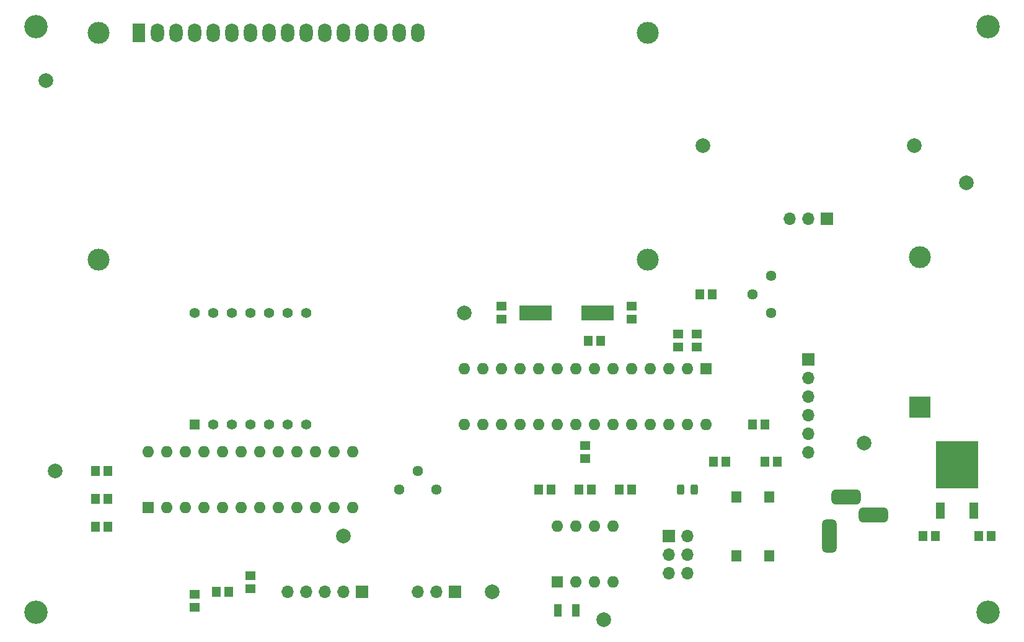
<source format=gbr>
%TF.GenerationSoftware,KiCad,Pcbnew,(6.0.5-0)*%
%TF.CreationDate,2022-07-22T18:33:55-05:00*%
%TF.ProjectId,calebs_HPS_clock,63616c65-6273-45f4-9850-535f636c6f63,C*%
%TF.SameCoordinates,PX4c4b400PY8a48640*%
%TF.FileFunction,Soldermask,Top*%
%TF.FilePolarity,Negative*%
%FSLAX46Y46*%
G04 Gerber Fmt 4.6, Leading zero omitted, Abs format (unit mm)*
G04 Created by KiCad (PCBNEW (6.0.5-0)) date 2022-07-22 18:33:55*
%MOMM*%
%LPD*%
G01*
G04 APERTURE LIST*
G04 Aperture macros list*
%AMRoundRect*
0 Rectangle with rounded corners*
0 $1 Rounding radius*
0 $2 $3 $4 $5 $6 $7 $8 $9 X,Y pos of 4 corners*
0 Add a 4 corners polygon primitive as box body*
4,1,4,$2,$3,$4,$5,$6,$7,$8,$9,$2,$3,0*
0 Add four circle primitives for the rounded corners*
1,1,$1+$1,$2,$3*
1,1,$1+$1,$4,$5*
1,1,$1+$1,$6,$7*
1,1,$1+$1,$8,$9*
0 Add four rect primitives between the rounded corners*
20,1,$1+$1,$2,$3,$4,$5,0*
20,1,$1+$1,$4,$5,$6,$7,0*
20,1,$1+$1,$6,$7,$8,$9,0*
20,1,$1+$1,$8,$9,$2,$3,0*%
G04 Aperture macros list end*
%ADD10C,1.440000*%
%ADD11R,1.400000X1.400000*%
%ADD12C,1.400000*%
%ADD13C,3.200000*%
%ADD14R,1.400000X1.150000*%
%ADD15R,1.150000X1.400000*%
%ADD16R,1.700000X1.700000*%
%ADD17O,1.700000X1.700000*%
%ADD18R,1.400000X1.600000*%
%ADD19C,2.000000*%
%ADD20R,1.200000X2.200000*%
%ADD21R,5.800000X6.400000*%
%ADD22R,4.500000X2.000000*%
%ADD23R,1.600000X1.600000*%
%ADD24O,1.600000X1.600000*%
%ADD25RoundRect,0.243750X-0.243750X-0.456250X0.243750X-0.456250X0.243750X0.456250X-0.243750X0.456250X0*%
%ADD26R,1.000000X1.800000*%
%ADD27C,3.000000*%
%ADD28R,1.800000X2.600000*%
%ADD29O,1.800000X2.600000*%
%ADD30RoundRect,0.500000X-0.500000X1.750000X-0.500000X-1.750000X0.500000X-1.750000X0.500000X1.750000X0*%
%ADD31RoundRect,0.500000X-1.500000X-0.500000X1.500000X-0.500000X1.500000X0.500000X-1.500000X0.500000X0*%
%ADD32R,3.000000X3.000000*%
G04 APERTURE END LIST*
D10*
%TO.C,RV2*%
X59700000Y21810000D03*
X57160000Y24350000D03*
X54620000Y21810000D03*
%TD*%
D11*
%TO.C,DS2*%
X26680000Y30700000D03*
D12*
X29220000Y30700000D03*
X31760000Y30700000D03*
X34300000Y30700000D03*
X36840000Y30700000D03*
X39380000Y30700000D03*
X41920000Y30700000D03*
X41920000Y45940000D03*
X39380000Y45940000D03*
X36840000Y45940000D03*
X34300000Y45940000D03*
X31760000Y45940000D03*
X29220000Y45940000D03*
X26680000Y45940000D03*
%TD*%
D13*
%TO.C,H4*%
X135000000Y5000000D03*
%TD*%
D14*
%TO.C,R3*%
X95260000Y41280000D03*
X95260000Y42980000D03*
%TD*%
%TO.C,C5*%
X68590000Y45090000D03*
X68590000Y46790000D03*
%TD*%
D15*
%TO.C,R8*%
X95680000Y48480000D03*
X97380000Y48480000D03*
%TD*%
%TO.C,R9*%
X31340000Y7840000D03*
X29640000Y7840000D03*
%TD*%
D16*
%TO.C,J1*%
X110500000Y39590000D03*
D17*
X110500000Y37050000D03*
X110500000Y34510000D03*
X110500000Y31970000D03*
X110500000Y29430000D03*
X110500000Y26890000D03*
%TD*%
D15*
%TO.C,R2*%
X102880000Y30700000D03*
X104580000Y30700000D03*
%TD*%
%TO.C,C9*%
X13130000Y20540000D03*
X14830000Y20540000D03*
%TD*%
%TO.C,C10*%
X13130000Y16730000D03*
X14830000Y16730000D03*
%TD*%
D18*
%TO.C,SW1*%
X100630000Y12730000D03*
X100630000Y20730000D03*
X105130000Y12730000D03*
X105130000Y20730000D03*
%TD*%
D15*
%TO.C,C2*%
X82140000Y42130000D03*
X80440000Y42130000D03*
%TD*%
D14*
%TO.C,C1*%
X80020000Y27740000D03*
X80020000Y26040000D03*
%TD*%
D19*
%TO.C,TP8*%
X47000000Y15460000D03*
%TD*%
D20*
%TO.C,U2*%
X128540000Y18880000D03*
D21*
X130820000Y25180000D03*
D20*
X133100000Y18880000D03*
%TD*%
D22*
%TO.C,Y1*%
X73230000Y45940000D03*
X81730000Y45940000D03*
%TD*%
D19*
%TO.C,TP5*%
X6360000Y77690000D03*
%TD*%
D15*
%TO.C,R6*%
X86370000Y21810000D03*
X84670000Y21810000D03*
%TD*%
%TO.C,R5*%
X79170000Y21810000D03*
X80870000Y21810000D03*
%TD*%
D19*
%TO.C,U5*%
X124950000Y68800000D03*
X96050000Y68800000D03*
D16*
X113040000Y58750000D03*
D17*
X110500000Y58750000D03*
X107960000Y58750000D03*
%TD*%
D19*
%TO.C,TP2*%
X118120000Y28160000D03*
%TD*%
D23*
%TO.C,U1*%
X96520000Y38310000D03*
D24*
X93980000Y38310000D03*
X91440000Y38310000D03*
X88900000Y38310000D03*
X86360000Y38310000D03*
X83820000Y38310000D03*
X81280000Y38310000D03*
X78740000Y38310000D03*
X76200000Y38310000D03*
X73660000Y38310000D03*
X71120000Y38310000D03*
X68580000Y38310000D03*
X66040000Y38310000D03*
X63500000Y38310000D03*
X63500000Y30690000D03*
X66040000Y30690000D03*
X68580000Y30690000D03*
X71120000Y30690000D03*
X73660000Y30690000D03*
X76200000Y30690000D03*
X78740000Y30690000D03*
X81280000Y30690000D03*
X83820000Y30690000D03*
X86360000Y30690000D03*
X88900000Y30690000D03*
X91440000Y30690000D03*
X93980000Y30690000D03*
X96520000Y30690000D03*
%TD*%
D16*
%TO.C,J6*%
X91445000Y15445000D03*
D17*
X93985000Y15445000D03*
X91445000Y12905000D03*
X93985000Y12905000D03*
X91445000Y10365000D03*
X93985000Y10365000D03*
%TD*%
D23*
%TO.C,U3*%
X76220000Y9120000D03*
D24*
X78760000Y9120000D03*
X81300000Y9120000D03*
X83840000Y9120000D03*
X83840000Y16740000D03*
X81300000Y16740000D03*
X78760000Y16740000D03*
X76220000Y16740000D03*
%TD*%
D16*
%TO.C,J3*%
X49535000Y7840000D03*
D17*
X46995000Y7840000D03*
X44455000Y7840000D03*
X41915000Y7840000D03*
X39375000Y7840000D03*
%TD*%
D25*
%TO.C,D1*%
X93052500Y21810000D03*
X94927500Y21810000D03*
%TD*%
D16*
%TO.C,J5*%
X62240000Y7840000D03*
D17*
X59700000Y7840000D03*
X57160000Y7840000D03*
%TD*%
D15*
%TO.C,R7*%
X13130000Y24350000D03*
X14830000Y24350000D03*
%TD*%
D14*
%TO.C,C4*%
X86370000Y45090000D03*
X86370000Y46790000D03*
%TD*%
D13*
%TO.C,H2*%
X135000000Y85000000D03*
%TD*%
D19*
%TO.C,TP9*%
X7630000Y24350000D03*
%TD*%
D10*
%TO.C,RV1*%
X105420000Y51020000D03*
X102880000Y48480000D03*
X105420000Y45940000D03*
%TD*%
D14*
%TO.C,C11*%
X26680000Y7420000D03*
X26680000Y5720000D03*
%TD*%
D13*
%TO.C,H3*%
X5000000Y5000000D03*
%TD*%
D26*
%TO.C,Y2*%
X78730000Y5300000D03*
X76230000Y5300000D03*
%TD*%
D14*
%TO.C,R4*%
X92720000Y41280000D03*
X92720000Y42980000D03*
%TD*%
D13*
%TO.C,H1*%
X5000000Y85000000D03*
%TD*%
D14*
%TO.C,R10*%
X34300000Y9960000D03*
X34300000Y8260000D03*
%TD*%
D15*
%TO.C,C3*%
X104570000Y25620000D03*
X106270000Y25620000D03*
%TD*%
D23*
%TO.C,U4*%
X20325000Y19280000D03*
D24*
X22865000Y19280000D03*
X25405000Y19280000D03*
X27945000Y19280000D03*
X30485000Y19280000D03*
X33025000Y19280000D03*
X35565000Y19280000D03*
X38105000Y19280000D03*
X40645000Y19280000D03*
X43185000Y19280000D03*
X45725000Y19280000D03*
X48265000Y19280000D03*
X48265000Y26900000D03*
X45725000Y26900000D03*
X43185000Y26900000D03*
X40645000Y26900000D03*
X38105000Y26900000D03*
X35565000Y26900000D03*
X33025000Y26900000D03*
X30485000Y26900000D03*
X27945000Y26900000D03*
X25405000Y26900000D03*
X22865000Y26900000D03*
X20325000Y26900000D03*
%TD*%
D19*
%TO.C,TP3*%
X82560000Y4030000D03*
%TD*%
D15*
%TO.C,C6*%
X127860000Y15460000D03*
X126160000Y15460000D03*
%TD*%
D19*
%TO.C,TP6*%
X132090000Y63720000D03*
%TD*%
%TO.C,TP7*%
X67320000Y7840000D03*
%TD*%
D15*
%TO.C,C8*%
X73670000Y21810000D03*
X75370000Y21810000D03*
%TD*%
%TO.C,C7*%
X133780000Y15460000D03*
X135480000Y15460000D03*
%TD*%
%TO.C,R11*%
X97550000Y25620000D03*
X99250000Y25620000D03*
%TD*%
D27*
%TO.C,DS1*%
X88560000Y84157500D03*
X88559480Y53156800D03*
X13560900Y53156800D03*
X13560900Y84157500D03*
D28*
X19060000Y84157500D03*
D29*
X21600000Y84157500D03*
X24140000Y84157500D03*
X26680000Y84157500D03*
X29220000Y84157500D03*
X31760000Y84157500D03*
X34300000Y84157500D03*
X36840000Y84157500D03*
X39380000Y84157500D03*
X41920000Y84157500D03*
X44460000Y84157500D03*
X47000000Y84157500D03*
X49540000Y84157500D03*
X52080000Y84157500D03*
X54620000Y84157500D03*
X57160000Y84157500D03*
%TD*%
D19*
%TO.C,TP1*%
X63510000Y45940000D03*
%TD*%
D30*
%TO.C,J2*%
X113350000Y15460000D03*
D31*
X115650000Y20760000D03*
X119350000Y18260000D03*
%TD*%
D32*
%TO.C,BT1*%
X125739984Y33056314D03*
D27*
X125739984Y53546314D03*
%TD*%
M02*

</source>
